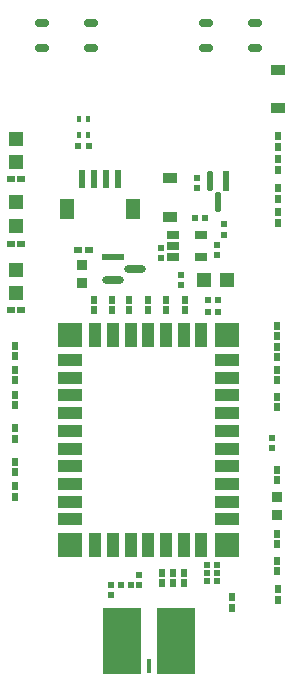
<source format=gtp>
G04*
G04 #@! TF.GenerationSoftware,Altium Limited,Altium Designer,24.1.2 (44)*
G04*
G04 Layer_Color=8421504*
%FSLAX23Y23*%
%MOIN*%
G70*
G04*
G04 #@! TF.SameCoordinates,2B9B36D7-F7CC-424B-A3D7-6DE2A24948DF*
G04*
G04*
G04 #@! TF.FilePolarity,Positive*
G04*
G01*
G75*
%ADD15R,0.047X0.071*%
%ADD16R,0.024X0.061*%
%ADD17R,0.048X0.036*%
%ADD18R,0.024X0.026*%
G04:AMPARAMS|DCode=19|XSize=47mil|YSize=26mil|CornerRadius=6mil|HoleSize=0mil|Usage=FLASHONLY|Rotation=180.000|XOffset=0mil|YOffset=0mil|HoleType=Round|Shape=RoundedRectangle|*
%AMROUNDEDRECTD19*
21,1,0.047,0.013,0,0,180.0*
21,1,0.034,0.026,0,0,180.0*
1,1,0.013,-0.017,0.006*
1,1,0.013,0.017,0.006*
1,1,0.013,0.017,-0.006*
1,1,0.013,-0.017,-0.006*
%
%ADD19ROUNDEDRECTD19*%
G04:AMPARAMS|DCode=20|XSize=69mil|YSize=21mil|CornerRadius=10mil|HoleSize=0mil|Usage=FLASHONLY|Rotation=270.000|XOffset=0mil|YOffset=0mil|HoleType=Round|Shape=RoundedRectangle|*
%AMROUNDEDRECTD20*
21,1,0.069,0.000,0,0,270.0*
21,1,0.049,0.021,0,0,270.0*
1,1,0.021,0.000,-0.024*
1,1,0.021,0.000,0.024*
1,1,0.021,0.000,0.024*
1,1,0.021,0.000,-0.024*
%
%ADD20ROUNDEDRECTD20*%
%ADD21R,0.021X0.069*%
%ADD22R,0.022X0.020*%
%ADD23R,0.020X0.022*%
%ADD24R,0.047X0.047*%
%ADD25R,0.125X0.220*%
%ADD26R,0.015X0.050*%
G04:AMPARAMS|DCode=27|XSize=74mil|YSize=24mil|CornerRadius=12mil|HoleSize=0mil|Usage=FLASHONLY|Rotation=0.000|XOffset=0mil|YOffset=0mil|HoleType=Round|Shape=RoundedRectangle|*
%AMROUNDEDRECTD27*
21,1,0.074,0.000,0,0,0.0*
21,1,0.050,0.024,0,0,0.0*
1,1,0.024,0.025,0.000*
1,1,0.024,-0.025,0.000*
1,1,0.024,-0.025,0.000*
1,1,0.024,0.025,0.000*
%
%ADD27ROUNDEDRECTD27*%
%ADD28R,0.074X0.024*%
%ADD29R,0.037X0.037*%
%ADD30R,0.026X0.024*%
%ADD31R,0.047X0.047*%
%ADD32R,0.020X0.028*%
%ADD33R,0.039X0.079*%
%ADD34R,0.079X0.079*%
%ADD35R,0.079X0.039*%
%ADD36R,0.079X0.079*%
%ADD37R,0.043X0.026*%
%ADD38R,0.012X0.020*%
D15*
X220Y1549D02*
D03*
X441D02*
D03*
D16*
X272Y1649D02*
D03*
X311D02*
D03*
X350D02*
D03*
X390D02*
D03*
D17*
X563Y1651D02*
D03*
Y1522D02*
D03*
X925Y2013D02*
D03*
Y1884D02*
D03*
D18*
X47Y1092D02*
D03*
Y1057D02*
D03*
Y1013D02*
D03*
Y979D02*
D03*
Y929D02*
D03*
Y894D02*
D03*
Y817D02*
D03*
Y782D02*
D03*
Y672D02*
D03*
Y706D02*
D03*
Y624D02*
D03*
Y589D02*
D03*
X921Y1159D02*
D03*
Y1124D02*
D03*
Y1013D02*
D03*
Y979D02*
D03*
X610Y302D02*
D03*
Y336D02*
D03*
X772Y219D02*
D03*
Y254D02*
D03*
X925Y246D02*
D03*
Y281D02*
D03*
X921Y341D02*
D03*
Y376D02*
D03*
Y431D02*
D03*
Y466D02*
D03*
Y644D02*
D03*
Y679D02*
D03*
Y923D02*
D03*
Y888D02*
D03*
X429Y1246D02*
D03*
Y1211D02*
D03*
X921Y1054D02*
D03*
Y1088D02*
D03*
X575Y336D02*
D03*
Y302D02*
D03*
X539Y302D02*
D03*
Y336D02*
D03*
X925Y1537D02*
D03*
Y1502D02*
D03*
X925Y1714D02*
D03*
Y1680D02*
D03*
X370Y1246D02*
D03*
Y1211D02*
D03*
X311Y1246D02*
D03*
Y1211D02*
D03*
X614Y1246D02*
D03*
Y1211D02*
D03*
X551Y1246D02*
D03*
Y1211D02*
D03*
X492Y1246D02*
D03*
Y1211D02*
D03*
D19*
X302Y2084D02*
D03*
X139D02*
D03*
X302Y2168D02*
D03*
X139D02*
D03*
X686D02*
D03*
X849D02*
D03*
X686Y2084D02*
D03*
X849D02*
D03*
D20*
X724Y1572D02*
D03*
X699Y1641D02*
D03*
D21*
X750D02*
D03*
D22*
X434Y295D02*
D03*
X400D02*
D03*
X688Y307D02*
D03*
X722D02*
D03*
X722Y335D02*
D03*
X688D02*
D03*
X722Y362D02*
D03*
X688D02*
D03*
X726Y1244D02*
D03*
X692D02*
D03*
X726Y1205D02*
D03*
X692D02*
D03*
X647Y1520D02*
D03*
X681D02*
D03*
X259Y1760D02*
D03*
X293D02*
D03*
D23*
X369Y262D02*
D03*
Y296D02*
D03*
X461Y295D02*
D03*
Y329D02*
D03*
X533Y1419D02*
D03*
Y1385D02*
D03*
X906Y751D02*
D03*
Y785D02*
D03*
X654Y1651D02*
D03*
Y1617D02*
D03*
X744Y1463D02*
D03*
Y1497D02*
D03*
X720Y1430D02*
D03*
Y1396D02*
D03*
X602Y1294D02*
D03*
Y1328D02*
D03*
D24*
X756Y1311D02*
D03*
X677D02*
D03*
D25*
X406Y110D02*
D03*
X586D02*
D03*
D26*
X496Y25D02*
D03*
D27*
X449Y1350D02*
D03*
X375Y1313D02*
D03*
D28*
Y1388D02*
D03*
D29*
X921Y589D02*
D03*
Y530D02*
D03*
X272Y1303D02*
D03*
Y1362D02*
D03*
D30*
X258Y1413D02*
D03*
X293D02*
D03*
X34Y1213D02*
D03*
X69D02*
D03*
X34Y1433D02*
D03*
X69D02*
D03*
X34Y1650D02*
D03*
X69D02*
D03*
D31*
X51Y1571D02*
D03*
Y1492D02*
D03*
Y1705D02*
D03*
Y1783D02*
D03*
Y1346D02*
D03*
Y1268D02*
D03*
D32*
X925Y1791D02*
D03*
Y1756D02*
D03*
Y1618D02*
D03*
Y1583D02*
D03*
D33*
X669Y429D02*
D03*
X433D02*
D03*
X374D02*
D03*
X610D02*
D03*
X551D02*
D03*
X492D02*
D03*
X315Y1130D02*
D03*
X374D02*
D03*
X433D02*
D03*
X492D02*
D03*
X551D02*
D03*
X610D02*
D03*
X669D02*
D03*
X315Y429D02*
D03*
D34*
X230D02*
D03*
X754Y1130D02*
D03*
D35*
X230Y691D02*
D03*
Y1045D02*
D03*
Y868D02*
D03*
Y927D02*
D03*
Y809D02*
D03*
Y986D02*
D03*
Y750D02*
D03*
X754Y691D02*
D03*
Y927D02*
D03*
Y986D02*
D03*
Y1045D02*
D03*
Y868D02*
D03*
Y809D02*
D03*
Y750D02*
D03*
X230Y573D02*
D03*
X754Y632D02*
D03*
X230Y514D02*
D03*
X754Y573D02*
D03*
X230Y632D02*
D03*
X754Y514D02*
D03*
D36*
Y429D02*
D03*
X230Y1130D02*
D03*
D37*
X669Y1388D02*
D03*
X575D02*
D03*
Y1425D02*
D03*
Y1463D02*
D03*
X669D02*
D03*
D38*
X291Y1795D02*
D03*
X260D02*
D03*
X291Y1850D02*
D03*
X260D02*
D03*
M02*

</source>
